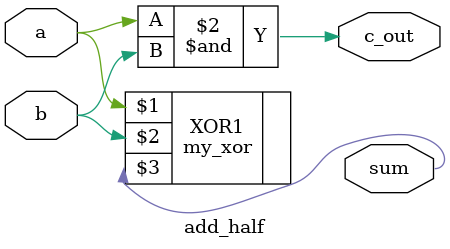
<source format=v>
`timescale 1ns / 1ps


module add_half(
input a, b,
output reg c_out, 
output sum
 );
 my_xor XOR1 (a, b, sum); 
 always@(*)
 begin
//    sum = a ^ b;
    c_out <= a & b;
 end
endmodule

</source>
